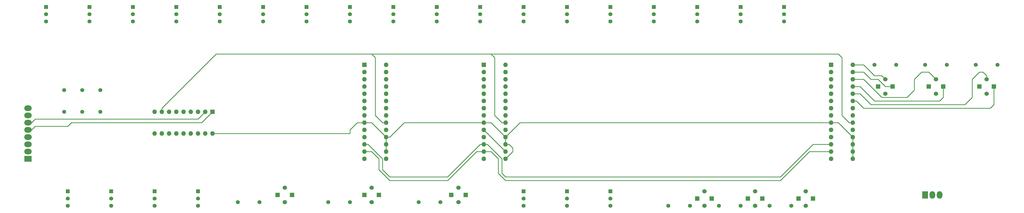
<source format=gbr>
G04 #@! TF.FileFunction,Copper,L1,Top,Signal*
%FSLAX46Y46*%
G04 Gerber Fmt 4.6, Leading zero omitted, Abs format (unit mm)*
G04 Created by KiCad (PCBNEW 4.0.5) date 03/11/17 13:27:16*
%MOMM*%
%LPD*%
G01*
G04 APERTURE LIST*
%ADD10C,0.100000*%
%ADD11R,1.600000X1.600000*%
%ADD12O,1.600000X1.600000*%
%ADD13R,2.600000X2.000000*%
%ADD14O,2.600000X2.000000*%
%ADD15C,1.524000*%
%ADD16R,1.524000X1.524000*%
%ADD17R,1.397000X1.397000*%
%ADD18C,1.397000*%
%ADD19R,2.000000X2.600000*%
%ADD20O,2.000000X2.600000*%
%ADD21C,0.250000*%
G04 APERTURE END LIST*
D10*
D11*
X124460000Y-91440000D03*
D12*
X104140000Y-99060000D03*
X121920000Y-91440000D03*
X106680000Y-99060000D03*
X119380000Y-91440000D03*
X109220000Y-99060000D03*
X116840000Y-91440000D03*
X111760000Y-99060000D03*
X114300000Y-91440000D03*
X114300000Y-99060000D03*
X111760000Y-91440000D03*
X116840000Y-99060000D03*
X109220000Y-91440000D03*
X119380000Y-99060000D03*
X106680000Y-91440000D03*
X121920000Y-99060000D03*
X104140000Y-91440000D03*
X124460000Y-99060000D03*
D13*
X59690000Y-107950000D03*
D14*
X59690000Y-105410000D03*
X59690000Y-102870000D03*
X59690000Y-100330000D03*
X59690000Y-97790000D03*
X59690000Y-95250000D03*
X59690000Y-92710000D03*
X59690000Y-90170000D03*
D15*
X360680000Y-80010000D03*
X360680000Y-85090000D03*
D16*
X358140000Y-82550000D03*
X363220000Y-82550000D03*
D15*
X378460000Y-80010000D03*
X378460000Y-85090000D03*
D16*
X375920000Y-82550000D03*
X381000000Y-82550000D03*
D15*
X396240000Y-80010000D03*
X396240000Y-85090000D03*
D16*
X393700000Y-82550000D03*
X398780000Y-82550000D03*
D15*
X332740000Y-119380000D03*
X332740000Y-124460000D03*
D16*
X330200000Y-121920000D03*
X335280000Y-121920000D03*
D15*
X314960000Y-119380000D03*
X314960000Y-124460000D03*
D16*
X312420000Y-121920000D03*
X317500000Y-121920000D03*
D15*
X297180000Y-119380000D03*
X297180000Y-124460000D03*
D16*
X294640000Y-121920000D03*
X299720000Y-121920000D03*
D17*
X264160000Y-119380000D03*
D18*
X264160000Y-121920000D03*
X264160000Y-124460000D03*
D17*
X248920000Y-119380000D03*
D18*
X248920000Y-121920000D03*
X248920000Y-124460000D03*
D17*
X233680000Y-119380000D03*
D18*
X233680000Y-121920000D03*
X233680000Y-124460000D03*
D15*
X210820000Y-118110000D03*
X210820000Y-123190000D03*
D16*
X208280000Y-120650000D03*
X213360000Y-120650000D03*
D11*
X341630000Y-74930000D03*
D12*
X349250000Y-107950000D03*
X341630000Y-77470000D03*
X349250000Y-105410000D03*
X341630000Y-80010000D03*
X349250000Y-102870000D03*
X341630000Y-82550000D03*
X349250000Y-100330000D03*
X341630000Y-85090000D03*
X349250000Y-97790000D03*
X341630000Y-87630000D03*
X349250000Y-95250000D03*
X341630000Y-90170000D03*
X349250000Y-92710000D03*
X341630000Y-92710000D03*
X349250000Y-90170000D03*
X341630000Y-95250000D03*
X349250000Y-87630000D03*
X341630000Y-97790000D03*
X349250000Y-85090000D03*
X341630000Y-100330000D03*
X349250000Y-82550000D03*
X341630000Y-102870000D03*
X349250000Y-80010000D03*
X341630000Y-105410000D03*
X349250000Y-77470000D03*
X341630000Y-107950000D03*
X349250000Y-74930000D03*
D11*
X177800000Y-74930000D03*
D12*
X185420000Y-107950000D03*
X177800000Y-77470000D03*
X185420000Y-105410000D03*
X177800000Y-80010000D03*
X185420000Y-102870000D03*
X177800000Y-82550000D03*
X185420000Y-100330000D03*
X177800000Y-85090000D03*
X185420000Y-97790000D03*
X177800000Y-87630000D03*
X185420000Y-95250000D03*
X177800000Y-90170000D03*
X185420000Y-92710000D03*
X177800000Y-92710000D03*
X185420000Y-90170000D03*
X177800000Y-95250000D03*
X185420000Y-87630000D03*
X177800000Y-97790000D03*
X185420000Y-85090000D03*
X177800000Y-100330000D03*
X185420000Y-82550000D03*
X177800000Y-102870000D03*
X185420000Y-80010000D03*
X177800000Y-105410000D03*
X185420000Y-77470000D03*
X177800000Y-107950000D03*
X185420000Y-74930000D03*
D11*
X219710000Y-74930000D03*
D12*
X227330000Y-107950000D03*
X219710000Y-77470000D03*
X227330000Y-105410000D03*
X219710000Y-80010000D03*
X227330000Y-102870000D03*
X219710000Y-82550000D03*
X227330000Y-100330000D03*
X219710000Y-85090000D03*
X227330000Y-97790000D03*
X219710000Y-87630000D03*
X227330000Y-95250000D03*
X219710000Y-90170000D03*
X227330000Y-92710000D03*
X219710000Y-92710000D03*
X227330000Y-90170000D03*
X219710000Y-95250000D03*
X227330000Y-87630000D03*
X219710000Y-97790000D03*
X227330000Y-85090000D03*
X219710000Y-100330000D03*
X227330000Y-82550000D03*
X219710000Y-102870000D03*
X227330000Y-80010000D03*
X219710000Y-105410000D03*
X227330000Y-77470000D03*
X219710000Y-107950000D03*
X227330000Y-74930000D03*
D17*
X325120000Y-54610000D03*
D18*
X325120000Y-57150000D03*
X325120000Y-59690000D03*
D17*
X309880000Y-54610000D03*
D18*
X309880000Y-57150000D03*
X309880000Y-59690000D03*
D17*
X294640000Y-54610000D03*
D18*
X294640000Y-57150000D03*
X294640000Y-59690000D03*
D17*
X279400000Y-54610000D03*
D18*
X279400000Y-57150000D03*
X279400000Y-59690000D03*
D17*
X264160000Y-54610000D03*
D18*
X264160000Y-57150000D03*
X264160000Y-59690000D03*
D17*
X248920000Y-54610000D03*
D18*
X248920000Y-57150000D03*
X248920000Y-59690000D03*
D17*
X233680000Y-54610000D03*
D18*
X233680000Y-57150000D03*
X233680000Y-59690000D03*
D17*
X218440000Y-54610000D03*
D18*
X218440000Y-57150000D03*
X218440000Y-59690000D03*
D17*
X203200000Y-54610000D03*
D18*
X203200000Y-57150000D03*
X203200000Y-59690000D03*
D17*
X187960000Y-54610000D03*
D18*
X187960000Y-57150000D03*
X187960000Y-59690000D03*
D17*
X172720000Y-54610000D03*
D18*
X172720000Y-57150000D03*
X172720000Y-59690000D03*
D17*
X157480000Y-54610000D03*
D18*
X157480000Y-57150000D03*
X157480000Y-59690000D03*
D17*
X142240000Y-54610000D03*
D18*
X142240000Y-57150000D03*
X142240000Y-59690000D03*
D17*
X127000000Y-54610000D03*
D18*
X127000000Y-57150000D03*
X127000000Y-59690000D03*
D17*
X111760000Y-54610000D03*
D18*
X111760000Y-57150000D03*
X111760000Y-59690000D03*
D17*
X96520000Y-54610000D03*
D18*
X96520000Y-57150000D03*
X96520000Y-59690000D03*
D17*
X81280000Y-54610000D03*
D18*
X81280000Y-57150000D03*
X81280000Y-59690000D03*
D17*
X66040000Y-54610000D03*
D18*
X66040000Y-57150000D03*
X66040000Y-59690000D03*
X302260000Y-124460000D03*
X309880000Y-124460000D03*
X364490000Y-74930000D03*
X356870000Y-74930000D03*
X374650000Y-74930000D03*
X382270000Y-74930000D03*
X392430000Y-74930000D03*
X400050000Y-74930000D03*
X320040000Y-124460000D03*
X327660000Y-124460000D03*
X284480000Y-124460000D03*
X292100000Y-124460000D03*
X85090000Y-83820000D03*
X85090000Y-91440000D03*
X78740000Y-83820000D03*
X78740000Y-91440000D03*
X72390000Y-83820000D03*
X72390000Y-91440000D03*
X196850000Y-123190000D03*
X204470000Y-123190000D03*
X165100000Y-123190000D03*
X172720000Y-123190000D03*
X133350000Y-123190000D03*
X140970000Y-123190000D03*
D19*
X374650000Y-120650000D03*
D20*
X377190000Y-120650000D03*
X379730000Y-120650000D03*
D15*
X180340000Y-118110000D03*
X180340000Y-123190000D03*
D16*
X177800000Y-120650000D03*
X182880000Y-120650000D03*
D15*
X149860000Y-118110000D03*
X149860000Y-123190000D03*
D16*
X147320000Y-120650000D03*
X152400000Y-120650000D03*
D17*
X119380000Y-119380000D03*
D18*
X119380000Y-121920000D03*
X119380000Y-124460000D03*
D17*
X104140000Y-119380000D03*
D18*
X104140000Y-121920000D03*
X104140000Y-124460000D03*
D17*
X88900000Y-119380000D03*
D18*
X88900000Y-121920000D03*
X88900000Y-124460000D03*
D17*
X73660000Y-119380000D03*
D18*
X73660000Y-121920000D03*
X73660000Y-124460000D03*
D21*
X222250000Y-71120000D02*
X344170000Y-71120000D01*
X347980000Y-95250000D02*
X349250000Y-95250000D01*
X345440000Y-92710000D02*
X347980000Y-95250000D01*
X345440000Y-72390000D02*
X345440000Y-92710000D01*
X344170000Y-71120000D02*
X345440000Y-72390000D01*
X181610000Y-71120000D02*
X222250000Y-71120000D01*
X226060000Y-95250000D02*
X227330000Y-95250000D01*
X223520000Y-92710000D02*
X226060000Y-95250000D01*
X223520000Y-72390000D02*
X223520000Y-92710000D01*
X222250000Y-71120000D02*
X223520000Y-72390000D01*
X106680000Y-91440000D02*
X106680000Y-90170000D01*
X184150000Y-95250000D02*
X185420000Y-95250000D01*
X181610000Y-92710000D02*
X184150000Y-95250000D01*
X181610000Y-72390000D02*
X181610000Y-92710000D01*
X180340000Y-71120000D02*
X181610000Y-72390000D01*
X181610000Y-71120000D02*
X180340000Y-71120000D01*
X125730000Y-71120000D02*
X181610000Y-71120000D01*
X106680000Y-90170000D02*
X125730000Y-71120000D01*
X59690000Y-100330000D02*
X60960000Y-100330000D01*
X227330000Y-114300000D02*
X323850000Y-114300000D01*
X220980000Y-102870000D02*
X226060000Y-107950000D01*
X226060000Y-107950000D02*
X226060000Y-113030000D01*
X226060000Y-113030000D02*
X227330000Y-114300000D01*
X219710000Y-102870000D02*
X220980000Y-102870000D01*
X335280000Y-102870000D02*
X341630000Y-102870000D01*
X323850000Y-114300000D02*
X335280000Y-102870000D01*
X207010000Y-114300000D02*
X218440000Y-102870000D01*
X179070000Y-102870000D02*
X184150000Y-107950000D01*
X184150000Y-107950000D02*
X184150000Y-111760000D01*
X184150000Y-111760000D02*
X186690000Y-114300000D01*
X186690000Y-114300000D02*
X207010000Y-114300000D01*
X177800000Y-102870000D02*
X179070000Y-102870000D01*
X218440000Y-102870000D02*
X219710000Y-102870000D01*
X59690000Y-97790000D02*
X60960000Y-97790000D01*
X60960000Y-97790000D02*
X62230000Y-96520000D01*
X120650000Y-95250000D02*
X124460000Y-91440000D01*
X74930000Y-95250000D02*
X120650000Y-95250000D01*
X73660000Y-96520000D02*
X74930000Y-95250000D01*
X62230000Y-96520000D02*
X73660000Y-96520000D01*
X219710000Y-105410000D02*
X222250000Y-105410000D01*
X334010000Y-105410000D02*
X341630000Y-105410000D01*
X323850000Y-115570000D02*
X334010000Y-105410000D01*
X227330000Y-115570000D02*
X323850000Y-115570000D01*
X224790000Y-113030000D02*
X227330000Y-115570000D01*
X224790000Y-107950000D02*
X224790000Y-113030000D01*
X222250000Y-105410000D02*
X224790000Y-107950000D01*
X177800000Y-105410000D02*
X180340000Y-105410000D01*
X217170000Y-105410000D02*
X219710000Y-105410000D01*
X207010000Y-115570000D02*
X217170000Y-105410000D01*
X186690000Y-115570000D02*
X207010000Y-115570000D01*
X182880000Y-111760000D02*
X186690000Y-115570000D01*
X182880000Y-107950000D02*
X182880000Y-111760000D01*
X180340000Y-105410000D02*
X182880000Y-107950000D01*
X59690000Y-95250000D02*
X60960000Y-95250000D01*
X60960000Y-95250000D02*
X62230000Y-93980000D01*
X119380000Y-93980000D02*
X121920000Y-91440000D01*
X62230000Y-93980000D02*
X119380000Y-93980000D01*
X219710000Y-97790000D02*
X227330000Y-105410000D01*
X349250000Y-105410000D02*
X349250000Y-107950000D01*
X349250000Y-102870000D02*
X349250000Y-105410000D01*
X349250000Y-100330000D02*
X349250000Y-102870000D01*
X227330000Y-102870000D02*
X228600000Y-102870000D01*
X229870000Y-105410000D02*
X227330000Y-107950000D01*
X229870000Y-104140000D02*
X229870000Y-105410000D01*
X228600000Y-102870000D02*
X229870000Y-104140000D01*
X227330000Y-100330000D02*
X227330000Y-102870000D01*
X341630000Y-95250000D02*
X344170000Y-95250000D01*
X344170000Y-95250000D02*
X349250000Y-100330000D01*
X227330000Y-100330000D02*
X232410000Y-95250000D01*
X232410000Y-95250000D02*
X341630000Y-95250000D01*
X219710000Y-95250000D02*
X222250000Y-95250000D01*
X222250000Y-95250000D02*
X227330000Y-100330000D01*
X185420000Y-100330000D02*
X186690000Y-100330000D01*
X191770000Y-95250000D02*
X219710000Y-95250000D01*
X186690000Y-100330000D02*
X191770000Y-95250000D01*
X185420000Y-102870000D02*
X185420000Y-105410000D01*
X185420000Y-100330000D02*
X185420000Y-102870000D01*
X177800000Y-95250000D02*
X180340000Y-95250000D01*
X180340000Y-95250000D02*
X185420000Y-100330000D01*
X172720000Y-99060000D02*
X172720000Y-97790000D01*
X124460000Y-99060000D02*
X172720000Y-99060000D01*
X175260000Y-95250000D02*
X177800000Y-95250000D01*
X172720000Y-97790000D02*
X175260000Y-95250000D01*
X349250000Y-74930000D02*
X353060000Y-74930000D01*
X359410000Y-78740000D02*
X360680000Y-80010000D01*
X356870000Y-78740000D02*
X359410000Y-78740000D01*
X353060000Y-74930000D02*
X356870000Y-78740000D01*
X349250000Y-77470000D02*
X353060000Y-77470000D01*
X360680000Y-82550000D02*
X363220000Y-82550000D01*
X358140000Y-80010000D02*
X360680000Y-82550000D01*
X355600000Y-80010000D02*
X358140000Y-80010000D01*
X353060000Y-77470000D02*
X355600000Y-80010000D01*
X349250000Y-80010000D02*
X353060000Y-80010000D01*
X375920000Y-77470000D02*
X378460000Y-80010000D01*
X373380000Y-77470000D02*
X375920000Y-77470000D01*
X370840000Y-80010000D02*
X373380000Y-77470000D01*
X370840000Y-83820000D02*
X370840000Y-80010000D01*
X368300000Y-86360000D02*
X370840000Y-83820000D01*
X359410000Y-86360000D02*
X368300000Y-86360000D01*
X353060000Y-80010000D02*
X359410000Y-86360000D01*
X379730000Y-87630000D02*
X381000000Y-86360000D01*
X351790000Y-82550000D02*
X356870000Y-87630000D01*
X356870000Y-87630000D02*
X379730000Y-87630000D01*
X349250000Y-82550000D02*
X351790000Y-82550000D01*
X381000000Y-86360000D02*
X381000000Y-82550000D01*
X349250000Y-85090000D02*
X351790000Y-85090000D01*
X396240000Y-78740000D02*
X396240000Y-80010000D01*
X394970000Y-77470000D02*
X396240000Y-78740000D01*
X393700000Y-77470000D02*
X394970000Y-77470000D01*
X391160000Y-80010000D02*
X393700000Y-77470000D01*
X391160000Y-86360000D02*
X391160000Y-80010000D01*
X388620000Y-88900000D02*
X391160000Y-86360000D01*
X355600000Y-88900000D02*
X388620000Y-88900000D01*
X351790000Y-85090000D02*
X355600000Y-88900000D01*
X349250000Y-87630000D02*
X350520000Y-87630000D01*
X398780000Y-88900000D02*
X398780000Y-82550000D01*
X397510000Y-90170000D02*
X398780000Y-88900000D01*
X353060000Y-90170000D02*
X397510000Y-90170000D01*
X350520000Y-87630000D02*
X353060000Y-90170000D01*
M02*

</source>
